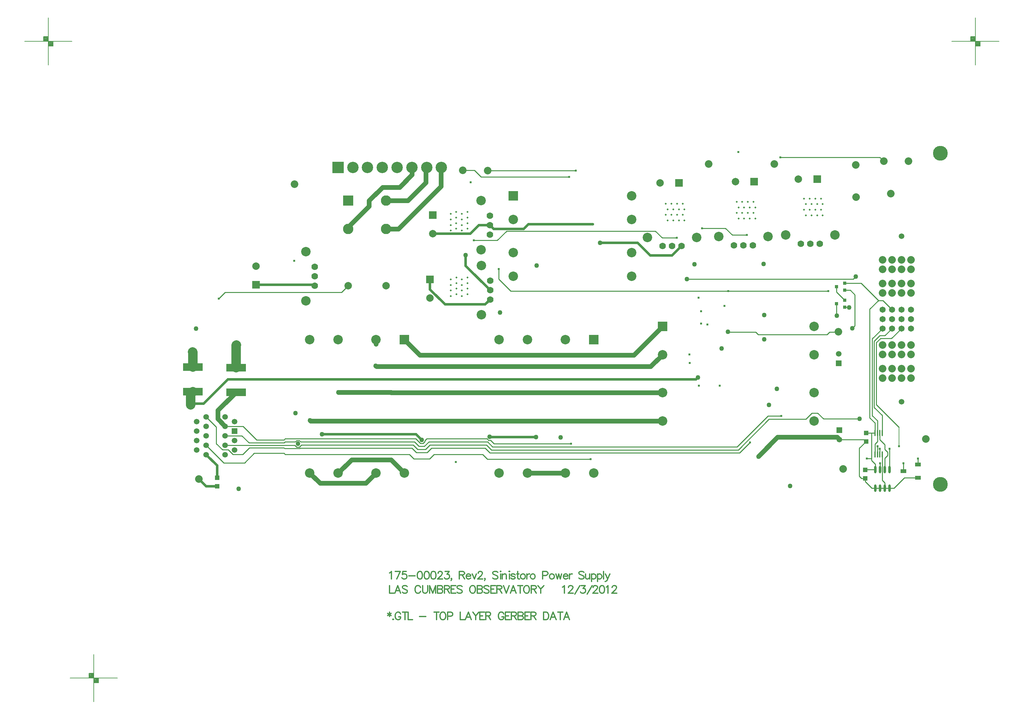
<source format=gtl>
%FSLAX23Y23*%
%MOIN*%
G70*
G01*
G75*
G04 Layer_Physical_Order=1*
G04 Layer_Color=255*
%ADD10R,0.209X0.079*%
%ADD11R,0.050X0.050*%
%ADD12R,0.036X0.036*%
%ADD13R,0.059X0.039*%
%ADD14O,0.014X0.067*%
%ADD15O,0.024X0.079*%
%ADD16C,0.050*%
%ADD17C,0.010*%
%ADD18C,0.100*%
%ADD19C,0.025*%
%ADD20C,0.007*%
%ADD21C,0.012*%
%ADD22C,0.008*%
%ADD23C,0.012*%
%ADD24C,0.012*%
%ADD25C,0.020*%
%ADD26C,0.080*%
%ADD27R,0.059X0.059*%
%ADD28C,0.059*%
%ADD29C,0.065*%
%ADD30R,0.079X0.079*%
%ADD31C,0.079*%
%ADD32R,0.100X0.100*%
%ADD33C,0.100*%
%ADD34C,0.070*%
%ADD35R,0.100X0.100*%
%ADD36R,0.059X0.059*%
%ADD37R,0.079X0.079*%
%ADD38C,0.110*%
%ADD39R,0.110X0.110*%
%ADD40C,0.120*%
%ADD41R,0.120X0.120*%
%ADD42C,0.157*%
%ADD43C,0.024*%
%ADD44C,0.050*%
D10*
X17879Y17089D02*
D03*
Y16829D02*
D03*
X18336Y17085D02*
D03*
Y16825D02*
D03*
D11*
X18136Y15830D02*
D03*
Y15920D02*
D03*
X24991Y16305D02*
D03*
Y16395D02*
D03*
X24981Y15915D02*
D03*
Y16005D02*
D03*
D12*
X24764Y17977D02*
D03*
X24678Y17940D02*
D03*
X24764Y17903D02*
D03*
Y17797D02*
D03*
X24678Y17760D02*
D03*
X24764Y17723D02*
D03*
D13*
X25538Y16059D02*
D03*
X25385Y15990D02*
D03*
X25538Y15921D02*
D03*
D14*
X25160Y16392D02*
D03*
X25134D02*
D03*
X25109D02*
D03*
X25083D02*
D03*
X25160Y16168D02*
D03*
X25134D02*
D03*
X25109D02*
D03*
X25083D02*
D03*
D15*
X25236Y16008D02*
D03*
X25186D02*
D03*
X25136D02*
D03*
X25086D02*
D03*
X25236Y15811D02*
D03*
X25186D02*
D03*
X25136D02*
D03*
X25086D02*
D03*
D16*
X19122Y16521D02*
X20007D01*
X19116Y16527D02*
X19122Y16521D01*
X19811Y17105D02*
X19820Y17096D01*
X24682Y16349D02*
X24707Y16324D01*
X24053Y16349D02*
X24682D01*
X23852Y16148D02*
X24053Y16349D01*
X20007Y16521D02*
X22839D01*
X19974D02*
X20007D01*
X19973Y16822D02*
X19974Y16821D01*
X19416Y16822D02*
X19973D01*
X21414Y15970D02*
X21814D01*
X19115D02*
X19223Y15862D01*
X19707D01*
X19815Y15970D01*
X19415D02*
X19556Y16111D01*
X19974D01*
X20115Y15970D01*
X18143Y16632D02*
X18336Y16825D01*
X18143Y16543D02*
Y16632D01*
Y16543D02*
X18221Y16464D01*
X19974Y16821D02*
X22839D01*
X22714Y17096D02*
X22839Y17221D01*
X19820Y17096D02*
X22714D01*
X19815Y17335D02*
Y17380D01*
X22536Y17218D02*
X22839Y17521D01*
X20277Y17218D02*
X22536D01*
X20115Y17380D02*
X20277Y17218D01*
X20051Y18550D02*
X20501Y19001D01*
X19921Y18550D02*
X20051D01*
X20062Y18991D02*
X20193Y19123D01*
X19883Y18991D02*
X20062D01*
X19741Y18850D02*
X19883Y18991D01*
X20501Y19197D02*
X20505Y19201D01*
X20501Y19001D02*
Y19197D01*
X20341Y19193D02*
X20349Y19201D01*
X20341Y19040D02*
Y19193D01*
X20193Y19123D02*
Y19201D01*
X20037Y19167D02*
Y19201D01*
X19741Y18790D02*
Y18850D01*
X19521Y18570D02*
X19741Y18790D01*
X19521Y18550D02*
Y18570D01*
X20151Y18850D02*
X20341Y19040D01*
X19921Y18850D02*
X20151D01*
D17*
X21192Y18527D02*
X22765D01*
X21094Y18430D02*
X21192Y18527D01*
X22765D02*
X22836Y18456D01*
X25119Y17794D02*
X25166D01*
X25262Y17698D01*
X25027Y17703D02*
X25119Y17794D01*
X24936Y17977D02*
X25119Y17794D01*
X24764Y17977D02*
X24936D01*
X24822Y17903D02*
X24871Y17854D01*
Y17527D02*
Y17854D01*
X24845Y17501D02*
X24871Y17527D01*
X24604Y17461D02*
X24694D01*
X24578Y17435D02*
X24604Y17461D01*
X23850Y17435D02*
X24578D01*
X24694Y17461D02*
X24696Y17463D01*
X23534Y17461D02*
X23824D01*
X23850Y17435D01*
X23096Y18021D02*
X24855D01*
X24881Y18047D01*
X24353Y16540D02*
X24418Y16605D01*
X24478D01*
X24540Y16543D01*
X24919D01*
X23952Y16573D02*
X24095D01*
X23654Y16182D02*
X23764Y16292D01*
X21059Y16281D02*
X21873D01*
X20924Y19101D02*
X21853D01*
X20854Y19171D02*
X20924Y19101D01*
X20730Y19171D02*
X20854D01*
X20991Y16116D02*
X22081D01*
X20993Y19167D02*
X21923D01*
X18528Y16179D02*
X18842D01*
X18477Y16236D02*
X18842D01*
X18221Y16264D02*
X18956D01*
X18472Y16289D02*
X18842D01*
X18554Y16321D02*
X18842D01*
X21018Y16182D02*
X23654D01*
X23965Y16540D02*
X24353D01*
X23640Y16215D02*
X23965Y16540D01*
X21032Y16215D02*
X23640D01*
X23627Y16248D02*
X23952Y16573D01*
X21045Y16248D02*
X23627D01*
X21022Y16318D02*
X21059Y16281D01*
X21001Y16318D02*
X21022D01*
X20986Y16332D02*
X21001Y16318D01*
X20350Y16332D02*
X20986D01*
X20994Y16299D02*
X21045Y16248D01*
X20372Y16299D02*
X20994D01*
X20980Y16266D02*
X21032Y16215D01*
X20385Y16266D02*
X20980D01*
X20966Y16233D02*
X21018Y16182D01*
X20399Y16233D02*
X20966D01*
X20939Y16167D02*
X20991Y16116D01*
X20234Y16332D02*
X20282Y16285D01*
X20324Y16252D02*
X20372Y16299D01*
X20220D02*
X20268Y16252D01*
X19020Y16299D02*
X20220D01*
X20331Y16313D02*
X20350Y16332D01*
X20331Y16305D02*
Y16313D01*
X20427Y16167D02*
X20939D01*
X20379Y16120D02*
X20427Y16167D01*
X20213Y16120D02*
X20379D01*
X20166Y16167D02*
X20213Y16120D01*
X18854Y16167D02*
X20166D01*
X20352Y16186D02*
X20399Y16233D01*
X20241Y16186D02*
X20352D01*
X20193Y16233D02*
X20241Y16186D01*
X20338Y16219D02*
X20385Y16266D01*
X20254Y16219D02*
X20338D01*
X20207Y16266D02*
X20254Y16219D01*
X19026Y16266D02*
X20207D01*
X20268Y16252D02*
X20324D01*
X20311Y16285D02*
X20331Y16305D01*
X20282Y16285D02*
X20311D01*
X18854Y16332D02*
X20234D01*
X18842Y16321D02*
X18854Y16332D01*
X19005Y16315D02*
X19020Y16299D01*
X18976Y16315D02*
X19005D01*
X18960Y16299D02*
X18976Y16315D01*
X18853Y16299D02*
X18960D01*
X18842Y16289D02*
X18853Y16299D01*
X18848Y16230D02*
X19011D01*
X18842Y16236D02*
X18848Y16230D01*
X19005Y16245D02*
X19026Y16266D01*
X18956Y16264D02*
X18976Y16245D01*
X19014Y16233D02*
X20193D01*
X19011Y16230D02*
X19014Y16233D01*
X18976Y16245D02*
X19005D01*
X18842Y16179D02*
X18854Y16167D01*
X24082Y19308D02*
X25134D01*
X25176Y19266D01*
X18427Y16078D02*
X18528Y16179D01*
X18208Y16078D02*
X18427D01*
X18021Y16264D02*
X18208Y16078D01*
X18407Y16166D02*
X18477Y16236D01*
X18305Y16166D02*
X18407D01*
X18255Y16216D02*
X18305Y16166D01*
X18192Y16216D02*
X18255D01*
X18128Y16280D02*
X18192Y16216D01*
X18128Y16280D02*
Y16458D01*
X18021Y16564D02*
X18128Y16458D01*
X18411Y16464D02*
X18554Y16321D01*
X18221Y16464D02*
X18411D01*
X18397Y16364D02*
X18472Y16289D01*
X18221Y16364D02*
X18397D01*
X23531Y17464D02*
X23534Y17461D01*
X24678Y17634D02*
X24680Y17632D01*
X24678Y17634D02*
Y17760D01*
X25186Y15809D02*
X25282D01*
X25051D02*
X25186D01*
Y15811D02*
Y15866D01*
Y15809D02*
Y15811D01*
X25160Y15892D02*
X25186Y15866D01*
X25160Y15892D02*
Y16167D01*
X25160Y16168D02*
X25160Y16167D01*
X25394Y15921D02*
X25538D01*
X25282Y15809D02*
X25394Y15921D01*
X24981Y15879D02*
X25051Y15809D01*
X24981Y15879D02*
Y15915D01*
X24918Y16232D02*
X24991Y16305D01*
X24918Y15938D02*
Y16232D01*
Y15938D02*
X24941Y15915D01*
X24981D01*
X24972Y16324D02*
X24991Y16305D01*
X24707Y16324D02*
X24972D01*
X23852Y16145D02*
Y16148D01*
X21110Y18019D02*
Y18126D01*
Y18019D02*
X21238Y17892D01*
X23533D01*
X24590D01*
X20847Y18430D02*
X21094D01*
X22836Y18456D02*
X22991D01*
X23256Y18558D02*
X23505D01*
X23577Y18486D01*
X23729D01*
X18154Y17813D02*
X18221Y17880D01*
X19451D01*
X19521Y17950D01*
X24764Y17903D02*
X24822D01*
X24808Y17723D02*
X24810Y17721D01*
X24764Y17723D02*
X24808D01*
X24678Y17883D02*
X24764Y17797D01*
X24678Y17883D02*
Y17940D01*
X24985Y16008D02*
X25086D01*
X24981Y16005D02*
X24985Y16008D01*
X25083Y16168D02*
Y16278D01*
X25109Y16303D01*
Y16392D01*
Y16168D02*
Y16254D01*
X25134Y16168D02*
Y16227D01*
X25236Y16008D02*
Y16228D01*
X25186Y16008D02*
Y16128D01*
X25216Y16158D01*
Y16189D01*
X25186Y16219D02*
X25216Y16189D01*
X25186Y16219D02*
Y16270D01*
X25134Y16322D02*
X25186Y16270D01*
X25134Y16322D02*
Y16392D01*
X25385Y15990D02*
Y16074D01*
X25384Y16074D02*
X25385Y16074D01*
X25138Y16010D02*
Y16075D01*
X25136Y16008D02*
X25138Y16010D01*
X25083Y16392D02*
Y16499D01*
X24991Y16395D02*
X24994Y16392D01*
X25086Y16008D02*
Y16063D01*
X25047Y16102D02*
X25086Y16063D01*
X24994Y16392D02*
X25047D01*
X25083D01*
X25538Y16059D02*
Y16121D01*
X25537Y16122D02*
X25538Y16121D01*
X25047Y16102D02*
Y16124D01*
Y16392D01*
X24998Y16124D02*
X25047D01*
X25027Y16555D02*
X25083Y16499D01*
X25027Y16555D02*
Y17703D01*
X25053Y17390D02*
X25162Y17498D01*
X25053Y16578D02*
Y17390D01*
Y16578D02*
X25109Y16523D01*
Y16392D02*
Y16523D01*
X25188Y17424D02*
X25262Y17498D01*
X25160Y16392D02*
Y16580D01*
X25258Y17394D02*
X25362Y17498D01*
X25135Y17424D02*
X25188D01*
X25075Y16664D02*
X25160Y16580D01*
X25075Y16664D02*
Y17364D01*
X25135Y17424D01*
X25143Y17394D02*
X25258D01*
X25098Y17349D02*
X25143Y17394D01*
X25098Y16693D02*
Y17349D01*
Y16693D02*
X25338Y16453D01*
D18*
X17857Y16691D02*
Y16807D01*
X18336Y17319D02*
X18340Y17323D01*
X18336Y17085D02*
Y17319D01*
X17857Y16691D02*
X17858D01*
X17857Y16807D02*
X17879Y16829D01*
X17877Y17250D02*
X17879Y17248D01*
Y17089D02*
Y17248D01*
D19*
X18021Y16164D02*
X18136Y16050D01*
Y15920D02*
Y16050D01*
X17945Y15906D02*
X18021Y15830D01*
X18136D01*
X23193Y16959D02*
X23215Y16981D01*
X18249Y16959D02*
X23193D01*
X17995Y16705D02*
X18249Y16959D01*
X17872Y16705D02*
X17995D01*
X17858Y16691D02*
X17872Y16705D01*
X20761Y18160D02*
Y18274D01*
Y18160D02*
X21019Y17903D01*
X22941Y18270D02*
X23039Y18369D01*
X22710Y18270D02*
X22941D01*
X22576Y18404D02*
X22710Y18270D01*
X22179Y18404D02*
X22576D01*
X20415Y18499D02*
X20809D01*
X20900Y18590D01*
X21016D01*
X21056Y18550D01*
X21375D01*
X21424Y18599D01*
X22104D01*
X20385Y17910D02*
Y18016D01*
Y17910D02*
X20543Y17752D01*
X20968D01*
X21019Y17803D01*
X21015Y16353D02*
X21018Y16350D01*
X21502D01*
X20237Y16379D02*
X20296Y16320D01*
X19242Y16379D02*
X20237D01*
X19156Y17960D02*
X19166Y17950D01*
X18546Y17960D02*
X19156D01*
D20*
X25338Y16254D02*
Y16453D01*
X23639Y19363D02*
X23644Y19359D01*
D21*
X19956Y14499D02*
Y14454D01*
X19937Y14488D02*
X19975Y14465D01*
Y14488D02*
X19937Y14465D01*
X19995Y14427D02*
X19991Y14423D01*
X19995Y14419D01*
X19999Y14423D01*
X19995Y14427D01*
X20074Y14480D02*
X20070Y14488D01*
X20062Y14496D01*
X20055Y14499D01*
X20039D01*
X20032Y14496D01*
X20024Y14488D01*
X20020Y14480D01*
X20017Y14469D01*
Y14450D01*
X20020Y14439D01*
X20024Y14431D01*
X20032Y14423D01*
X20039Y14419D01*
X20055D01*
X20062Y14423D01*
X20070Y14431D01*
X20074Y14439D01*
Y14450D01*
X20055D02*
X20074D01*
X20119Y14499D02*
Y14419D01*
X20092Y14499D02*
X20145D01*
X20155D02*
Y14419D01*
X20201D01*
X20272Y14454D02*
X20341D01*
X20454Y14499D02*
Y14419D01*
X20427Y14499D02*
X20481D01*
X20513D02*
X20505Y14496D01*
X20498Y14488D01*
X20494Y14480D01*
X20490Y14469D01*
Y14450D01*
X20494Y14439D01*
X20498Y14431D01*
X20505Y14423D01*
X20513Y14419D01*
X20528D01*
X20536Y14423D01*
X20543Y14431D01*
X20547Y14439D01*
X20551Y14450D01*
Y14469D01*
X20547Y14480D01*
X20543Y14488D01*
X20536Y14496D01*
X20528Y14499D01*
X20513D01*
X20570Y14458D02*
X20604D01*
X20615Y14461D01*
X20619Y14465D01*
X20623Y14473D01*
Y14484D01*
X20619Y14492D01*
X20615Y14496D01*
X20604Y14499D01*
X20570D01*
Y14419D01*
X20704Y14499D02*
Y14419D01*
X20749D01*
X20819D02*
X20789Y14499D01*
X20758Y14419D01*
X20770Y14446D02*
X20808D01*
X20838Y14499D02*
X20868Y14461D01*
Y14419D01*
X20899Y14499D02*
X20868Y14461D01*
X20959Y14499D02*
X20909D01*
Y14419D01*
X20959D01*
X20909Y14461D02*
X20939D01*
X20972Y14499D02*
Y14419D01*
Y14499D02*
X21006D01*
X21018Y14496D01*
X21021Y14492D01*
X21025Y14484D01*
Y14477D01*
X21021Y14469D01*
X21018Y14465D01*
X21006Y14461D01*
X20972D01*
X20999D02*
X21025Y14419D01*
X21163Y14480D02*
X21159Y14488D01*
X21152Y14496D01*
X21144Y14499D01*
X21129D01*
X21121Y14496D01*
X21114Y14488D01*
X21110Y14480D01*
X21106Y14469D01*
Y14450D01*
X21110Y14439D01*
X21114Y14431D01*
X21121Y14423D01*
X21129Y14419D01*
X21144D01*
X21152Y14423D01*
X21159Y14431D01*
X21163Y14439D01*
Y14450D01*
X21144D02*
X21163D01*
X21231Y14499D02*
X21181D01*
Y14419D01*
X21231D01*
X21181Y14461D02*
X21212D01*
X21244Y14499D02*
Y14419D01*
Y14499D02*
X21278D01*
X21290Y14496D01*
X21294Y14492D01*
X21297Y14484D01*
Y14477D01*
X21294Y14469D01*
X21290Y14465D01*
X21278Y14461D01*
X21244D01*
X21271D02*
X21297Y14419D01*
X21315Y14499D02*
Y14419D01*
Y14499D02*
X21350D01*
X21361Y14496D01*
X21365Y14492D01*
X21369Y14484D01*
Y14477D01*
X21365Y14469D01*
X21361Y14465D01*
X21350Y14461D01*
X21315D02*
X21350D01*
X21361Y14458D01*
X21365Y14454D01*
X21369Y14446D01*
Y14435D01*
X21365Y14427D01*
X21361Y14423D01*
X21350Y14419D01*
X21315D01*
X21436Y14499D02*
X21387D01*
Y14419D01*
X21436D01*
X21387Y14461D02*
X21417D01*
X21449Y14499D02*
Y14419D01*
Y14499D02*
X21484D01*
X21495Y14496D01*
X21499Y14492D01*
X21503Y14484D01*
Y14477D01*
X21499Y14469D01*
X21495Y14465D01*
X21484Y14461D01*
X21449D01*
X21476D02*
X21503Y14419D01*
X21584Y14499D02*
Y14419D01*
Y14499D02*
X21610D01*
X21622Y14496D01*
X21629Y14488D01*
X21633Y14480D01*
X21637Y14469D01*
Y14450D01*
X21633Y14439D01*
X21629Y14431D01*
X21622Y14423D01*
X21610Y14419D01*
X21584D01*
X21716D02*
X21685Y14499D01*
X21655Y14419D01*
X21666Y14446D02*
X21704D01*
X21761Y14499D02*
Y14419D01*
X21734Y14499D02*
X21788D01*
X21858Y14419D02*
X21828Y14499D01*
X21797Y14419D01*
X21809Y14446D02*
X21847D01*
D22*
X25895Y20535D02*
X26395D01*
X26145Y20285D02*
Y20785D01*
X26095Y20535D02*
Y20585D01*
X26145D01*
X26195Y20485D02*
Y20535D01*
X26145Y20485D02*
X26195D01*
X26150Y20530D02*
X26190D01*
Y20490D02*
Y20530D01*
X26150Y20490D02*
X26190D01*
X26150D02*
Y20530D01*
X26155Y20525D02*
X26185D01*
Y20495D02*
Y20525D01*
X26155Y20495D02*
X26185D01*
X26155D02*
Y20520D01*
X26160D02*
X26180D01*
Y20500D02*
Y20520D01*
X26160Y20500D02*
X26180D01*
X26160D02*
Y20515D01*
X26165D02*
X26175D01*
Y20505D02*
Y20515D01*
X26165Y20505D02*
X26175D01*
X26165D02*
Y20515D01*
Y20510D02*
X26175D01*
X26100Y20580D02*
X26140D01*
Y20540D02*
Y20580D01*
X26100Y20540D02*
X26140D01*
X26100D02*
Y20580D01*
X26105Y20575D02*
X26135D01*
Y20545D02*
Y20575D01*
X26105Y20545D02*
X26135D01*
X26105D02*
Y20570D01*
X26110D02*
X26130D01*
Y20550D02*
Y20570D01*
X26110Y20550D02*
X26130D01*
X26110D02*
Y20565D01*
X26115D02*
X26125D01*
Y20555D02*
Y20565D01*
X26115Y20555D02*
X26125D01*
X26115D02*
Y20565D01*
Y20560D02*
X26125D01*
X16105Y20535D02*
X16605D01*
X16355Y20285D02*
Y20785D01*
X16305Y20535D02*
Y20585D01*
X16355D01*
X16405Y20485D02*
Y20535D01*
X16355Y20485D02*
X16405D01*
X16360Y20530D02*
X16400D01*
Y20490D02*
Y20530D01*
X16360Y20490D02*
X16400D01*
X16360D02*
Y20530D01*
X16365Y20525D02*
X16395D01*
Y20495D02*
Y20525D01*
X16365Y20495D02*
X16395D01*
X16365D02*
Y20520D01*
X16370D02*
X16390D01*
Y20500D02*
Y20520D01*
X16370Y20500D02*
X16390D01*
X16370D02*
Y20515D01*
X16375D02*
X16385D01*
Y20505D02*
Y20515D01*
X16375Y20505D02*
X16385D01*
X16375D02*
Y20515D01*
Y20510D02*
X16385D01*
X16310Y20580D02*
X16350D01*
Y20540D02*
Y20580D01*
X16310Y20540D02*
X16350D01*
X16310D02*
Y20580D01*
X16315Y20575D02*
X16345D01*
Y20545D02*
Y20575D01*
X16315Y20545D02*
X16345D01*
X16315D02*
Y20570D01*
X16320D02*
X16340D01*
Y20550D02*
Y20570D01*
X16320Y20550D02*
X16340D01*
X16320D02*
Y20565D01*
X16325D02*
X16335D01*
Y20555D02*
Y20565D01*
X16325Y20555D02*
X16335D01*
X16325D02*
Y20565D01*
Y20560D02*
X16335D01*
X16582Y13805D02*
X17082D01*
X16832Y13555D02*
Y14055D01*
X16782Y13805D02*
Y13855D01*
X16832D01*
X16882Y13755D02*
Y13805D01*
X16832Y13755D02*
X16882D01*
X16837Y13800D02*
X16877D01*
Y13760D02*
Y13800D01*
X16837Y13760D02*
X16877D01*
X16837D02*
Y13800D01*
X16842Y13795D02*
X16872D01*
Y13765D02*
Y13795D01*
X16842Y13765D02*
X16872D01*
X16842D02*
Y13790D01*
X16847D02*
X16867D01*
Y13770D02*
Y13790D01*
X16847Y13770D02*
X16867D01*
X16847D02*
Y13785D01*
X16852D02*
X16862D01*
Y13775D02*
Y13785D01*
X16852Y13775D02*
X16862D01*
X16852D02*
Y13785D01*
Y13780D02*
X16862D01*
X16787Y13850D02*
X16827D01*
Y13810D02*
Y13850D01*
X16787Y13810D02*
X16827D01*
X16787D02*
Y13850D01*
X16792Y13845D02*
X16822D01*
Y13815D02*
Y13845D01*
X16792Y13815D02*
X16822D01*
X16792D02*
Y13840D01*
X16797D02*
X16817D01*
Y13820D02*
Y13840D01*
X16797Y13820D02*
X16817D01*
X16797D02*
Y13835D01*
X16802D02*
X16812D01*
Y13825D02*
Y13835D01*
X16802Y13825D02*
X16812D01*
X16802D02*
Y13835D01*
Y13830D02*
X16812D01*
D23*
X19958Y14780D02*
Y14700D01*
X20004D01*
X20073D02*
X20043Y14780D01*
X20013Y14700D01*
X20024Y14727D02*
X20062D01*
X20145Y14769D02*
X20138Y14776D01*
X20126Y14780D01*
X20111D01*
X20100Y14776D01*
X20092Y14769D01*
Y14761D01*
X20096Y14753D01*
X20100Y14750D01*
X20107Y14746D01*
X20130Y14738D01*
X20138Y14734D01*
X20142Y14731D01*
X20145Y14723D01*
Y14711D01*
X20138Y14704D01*
X20126Y14700D01*
X20111D01*
X20100Y14704D01*
X20092Y14711D01*
X20283Y14761D02*
X20280Y14769D01*
X20272Y14776D01*
X20264Y14780D01*
X20249D01*
X20241Y14776D01*
X20234Y14769D01*
X20230Y14761D01*
X20226Y14750D01*
Y14731D01*
X20230Y14719D01*
X20234Y14711D01*
X20241Y14704D01*
X20249Y14700D01*
X20264D01*
X20272Y14704D01*
X20280Y14711D01*
X20283Y14719D01*
X20306Y14780D02*
Y14723D01*
X20310Y14711D01*
X20317Y14704D01*
X20329Y14700D01*
X20336D01*
X20348Y14704D01*
X20355Y14711D01*
X20359Y14723D01*
Y14780D01*
X20381D02*
Y14700D01*
Y14780D02*
X20412Y14700D01*
X20442Y14780D02*
X20412Y14700D01*
X20442Y14780D02*
Y14700D01*
X20465Y14780D02*
Y14700D01*
Y14780D02*
X20499D01*
X20511Y14776D01*
X20515Y14772D01*
X20518Y14765D01*
Y14757D01*
X20515Y14750D01*
X20511Y14746D01*
X20499Y14742D01*
X20465D02*
X20499D01*
X20511Y14738D01*
X20515Y14734D01*
X20518Y14727D01*
Y14715D01*
X20515Y14708D01*
X20511Y14704D01*
X20499Y14700D01*
X20465D01*
X20536Y14780D02*
Y14700D01*
Y14780D02*
X20570D01*
X20582Y14776D01*
X20586Y14772D01*
X20590Y14765D01*
Y14757D01*
X20586Y14750D01*
X20582Y14746D01*
X20570Y14742D01*
X20536D01*
X20563D02*
X20590Y14700D01*
X20657Y14780D02*
X20607D01*
Y14700D01*
X20657D01*
X20607Y14742D02*
X20638D01*
X20724Y14769D02*
X20716Y14776D01*
X20705Y14780D01*
X20689D01*
X20678Y14776D01*
X20670Y14769D01*
Y14761D01*
X20674Y14753D01*
X20678Y14750D01*
X20686Y14746D01*
X20708Y14738D01*
X20716Y14734D01*
X20720Y14731D01*
X20724Y14723D01*
Y14711D01*
X20716Y14704D01*
X20705Y14700D01*
X20689D01*
X20678Y14704D01*
X20670Y14711D01*
X20827Y14780D02*
X20820Y14776D01*
X20812Y14769D01*
X20808Y14761D01*
X20804Y14750D01*
Y14731D01*
X20808Y14719D01*
X20812Y14711D01*
X20820Y14704D01*
X20827Y14700D01*
X20842D01*
X20850Y14704D01*
X20858Y14711D01*
X20861Y14719D01*
X20865Y14731D01*
Y14750D01*
X20861Y14761D01*
X20858Y14769D01*
X20850Y14776D01*
X20842Y14780D01*
X20827D01*
X20884D02*
Y14700D01*
Y14780D02*
X20918D01*
X20930Y14776D01*
X20933Y14772D01*
X20937Y14765D01*
Y14757D01*
X20933Y14750D01*
X20930Y14746D01*
X20918Y14742D01*
X20884D02*
X20918D01*
X20930Y14738D01*
X20933Y14734D01*
X20937Y14727D01*
Y14715D01*
X20933Y14708D01*
X20930Y14704D01*
X20918Y14700D01*
X20884D01*
X21008Y14769D02*
X21001Y14776D01*
X20989Y14780D01*
X20974D01*
X20963Y14776D01*
X20955Y14769D01*
Y14761D01*
X20959Y14753D01*
X20963Y14750D01*
X20970Y14746D01*
X20993Y14738D01*
X21001Y14734D01*
X21005Y14731D01*
X21008Y14723D01*
Y14711D01*
X21001Y14704D01*
X20989Y14700D01*
X20974D01*
X20963Y14704D01*
X20955Y14711D01*
X21076Y14780D02*
X21026D01*
Y14700D01*
X21076D01*
X21026Y14742D02*
X21057D01*
X21089Y14780D02*
Y14700D01*
Y14780D02*
X21124D01*
X21135Y14776D01*
X21139Y14772D01*
X21143Y14765D01*
Y14757D01*
X21139Y14750D01*
X21135Y14746D01*
X21124Y14742D01*
X21089D01*
X21116D02*
X21143Y14700D01*
X21160Y14780D02*
X21191Y14700D01*
X21221Y14780D02*
X21191Y14700D01*
X21293D02*
X21262Y14780D01*
X21232Y14700D01*
X21243Y14727D02*
X21281D01*
X21338Y14780D02*
Y14700D01*
X21311Y14780D02*
X21365D01*
X21397D02*
X21389Y14776D01*
X21382Y14769D01*
X21378Y14761D01*
X21374Y14750D01*
Y14731D01*
X21378Y14719D01*
X21382Y14711D01*
X21389Y14704D01*
X21397Y14700D01*
X21412D01*
X21420Y14704D01*
X21427Y14711D01*
X21431Y14719D01*
X21435Y14731D01*
Y14750D01*
X21431Y14761D01*
X21427Y14769D01*
X21420Y14776D01*
X21412Y14780D01*
X21397D01*
X21454D02*
Y14700D01*
Y14780D02*
X21488D01*
X21499Y14776D01*
X21503Y14772D01*
X21507Y14765D01*
Y14757D01*
X21503Y14750D01*
X21499Y14746D01*
X21488Y14742D01*
X21454D01*
X21480D02*
X21507Y14700D01*
X21525Y14780D02*
X21555Y14742D01*
Y14700D01*
X21586Y14780D02*
X21555Y14742D01*
X21785Y14765D02*
X21792Y14769D01*
X21804Y14780D01*
Y14700D01*
X21847Y14761D02*
Y14765D01*
X21851Y14772D01*
X21855Y14776D01*
X21862Y14780D01*
X21878D01*
X21885Y14776D01*
X21889Y14772D01*
X21893Y14765D01*
Y14757D01*
X21889Y14750D01*
X21881Y14738D01*
X21843Y14700D01*
X21897D01*
X21915Y14689D02*
X21968Y14780D01*
X21981D02*
X22023D01*
X22000Y14750D01*
X22011D01*
X22019Y14746D01*
X22023Y14742D01*
X22027Y14731D01*
Y14723D01*
X22023Y14711D01*
X22015Y14704D01*
X22004Y14700D01*
X21992D01*
X21981Y14704D01*
X21977Y14708D01*
X21973Y14715D01*
X22044Y14689D02*
X22098Y14780D01*
X22107Y14761D02*
Y14765D01*
X22111Y14772D01*
X22115Y14776D01*
X22122Y14780D01*
X22137D01*
X22145Y14776D01*
X22149Y14772D01*
X22153Y14765D01*
Y14757D01*
X22149Y14750D01*
X22141Y14738D01*
X22103Y14700D01*
X22156D01*
X22197Y14780D02*
X22186Y14776D01*
X22178Y14765D01*
X22174Y14746D01*
Y14734D01*
X22178Y14715D01*
X22186Y14704D01*
X22197Y14700D01*
X22205D01*
X22216Y14704D01*
X22224Y14715D01*
X22228Y14734D01*
Y14746D01*
X22224Y14765D01*
X22216Y14776D01*
X22205Y14780D01*
X22197D01*
X22246Y14765D02*
X22253Y14769D01*
X22265Y14780D01*
Y14700D01*
X22308Y14761D02*
Y14765D01*
X22312Y14772D01*
X22316Y14776D01*
X22323Y14780D01*
X22338D01*
X22346Y14776D01*
X22350Y14772D01*
X22354Y14765D01*
Y14757D01*
X22350Y14750D01*
X22342Y14738D01*
X22304Y14700D01*
X22358D01*
D24*
X19958Y14915D02*
X19966Y14919D01*
X19977Y14930D01*
Y14850D01*
X20070Y14930D02*
X20032Y14850D01*
X20017Y14930D02*
X20070D01*
X20134D02*
X20096D01*
X20092Y14896D01*
X20096Y14900D01*
X20107Y14903D01*
X20118D01*
X20130Y14900D01*
X20137Y14892D01*
X20141Y14881D01*
Y14873D01*
X20137Y14861D01*
X20130Y14854D01*
X20118Y14850D01*
X20107D01*
X20096Y14854D01*
X20092Y14858D01*
X20088Y14865D01*
X20159Y14884D02*
X20228D01*
X20274Y14930D02*
X20263Y14926D01*
X20255Y14915D01*
X20251Y14896D01*
Y14884D01*
X20255Y14865D01*
X20263Y14854D01*
X20274Y14850D01*
X20282D01*
X20293Y14854D01*
X20301Y14865D01*
X20305Y14884D01*
Y14896D01*
X20301Y14915D01*
X20293Y14926D01*
X20282Y14930D01*
X20274D01*
X20345D02*
X20334Y14926D01*
X20326Y14915D01*
X20323Y14896D01*
Y14884D01*
X20326Y14865D01*
X20334Y14854D01*
X20345Y14850D01*
X20353D01*
X20364Y14854D01*
X20372Y14865D01*
X20376Y14884D01*
Y14896D01*
X20372Y14915D01*
X20364Y14926D01*
X20353Y14930D01*
X20345D01*
X20417D02*
X20405Y14926D01*
X20398Y14915D01*
X20394Y14896D01*
Y14884D01*
X20398Y14865D01*
X20405Y14854D01*
X20417Y14850D01*
X20424D01*
X20436Y14854D01*
X20443Y14865D01*
X20447Y14884D01*
Y14896D01*
X20443Y14915D01*
X20436Y14926D01*
X20424Y14930D01*
X20417D01*
X20469Y14911D02*
Y14915D01*
X20473Y14922D01*
X20476Y14926D01*
X20484Y14930D01*
X20499D01*
X20507Y14926D01*
X20511Y14922D01*
X20515Y14915D01*
Y14907D01*
X20511Y14900D01*
X20503Y14888D01*
X20465Y14850D01*
X20518D01*
X20544Y14930D02*
X20586D01*
X20563Y14900D01*
X20574D01*
X20582Y14896D01*
X20586Y14892D01*
X20590Y14881D01*
Y14873D01*
X20586Y14861D01*
X20578Y14854D01*
X20567Y14850D01*
X20555D01*
X20544Y14854D01*
X20540Y14858D01*
X20536Y14865D01*
X20615Y14854D02*
X20611Y14850D01*
X20607Y14854D01*
X20611Y14858D01*
X20615Y14854D01*
Y14846D01*
X20611Y14839D01*
X20607Y14835D01*
X20695Y14930D02*
Y14850D01*
Y14930D02*
X20730D01*
X20741Y14926D01*
X20745Y14922D01*
X20749Y14915D01*
Y14907D01*
X20745Y14900D01*
X20741Y14896D01*
X20730Y14892D01*
X20695D01*
X20722D02*
X20749Y14850D01*
X20767Y14881D02*
X20812D01*
Y14888D01*
X20809Y14896D01*
X20805Y14900D01*
X20797Y14903D01*
X20786D01*
X20778Y14900D01*
X20770Y14892D01*
X20767Y14881D01*
Y14873D01*
X20770Y14861D01*
X20778Y14854D01*
X20786Y14850D01*
X20797D01*
X20805Y14854D01*
X20812Y14861D01*
X20829Y14903D02*
X20852Y14850D01*
X20875Y14903D02*
X20852Y14850D01*
X20892Y14911D02*
Y14915D01*
X20896Y14922D01*
X20900Y14926D01*
X20907Y14930D01*
X20922D01*
X20930Y14926D01*
X20934Y14922D01*
X20938Y14915D01*
Y14907D01*
X20934Y14900D01*
X20926Y14888D01*
X20888Y14850D01*
X20941D01*
X20967Y14854D02*
X20963Y14850D01*
X20959Y14854D01*
X20963Y14858D01*
X20967Y14854D01*
Y14846D01*
X20963Y14839D01*
X20959Y14835D01*
X21101Y14919D02*
X21093Y14926D01*
X21082Y14930D01*
X21066D01*
X21055Y14926D01*
X21047Y14919D01*
Y14911D01*
X21051Y14903D01*
X21055Y14900D01*
X21063Y14896D01*
X21085Y14888D01*
X21093Y14884D01*
X21097Y14881D01*
X21101Y14873D01*
Y14861D01*
X21093Y14854D01*
X21082Y14850D01*
X21066D01*
X21055Y14854D01*
X21047Y14861D01*
X21126Y14930D02*
X21130Y14926D01*
X21134Y14930D01*
X21130Y14934D01*
X21126Y14930D01*
X21130Y14903D02*
Y14850D01*
X21148Y14903D02*
Y14850D01*
Y14888D02*
X21159Y14900D01*
X21167Y14903D01*
X21178D01*
X21186Y14900D01*
X21190Y14888D01*
Y14850D01*
X21218Y14930D02*
X21222Y14926D01*
X21226Y14930D01*
X21222Y14934D01*
X21218Y14930D01*
X21222Y14903D02*
Y14850D01*
X21282Y14892D02*
X21278Y14900D01*
X21267Y14903D01*
X21255D01*
X21244Y14900D01*
X21240Y14892D01*
X21244Y14884D01*
X21251Y14881D01*
X21271Y14877D01*
X21278Y14873D01*
X21282Y14865D01*
Y14861D01*
X21278Y14854D01*
X21267Y14850D01*
X21255D01*
X21244Y14854D01*
X21240Y14861D01*
X21310Y14930D02*
Y14865D01*
X21314Y14854D01*
X21322Y14850D01*
X21329D01*
X21299Y14903D02*
X21325D01*
X21360D02*
X21352Y14900D01*
X21344Y14892D01*
X21341Y14881D01*
Y14873D01*
X21344Y14861D01*
X21352Y14854D01*
X21360Y14850D01*
X21371D01*
X21379Y14854D01*
X21386Y14861D01*
X21390Y14873D01*
Y14881D01*
X21386Y14892D01*
X21379Y14900D01*
X21371Y14903D01*
X21360D01*
X21408D02*
Y14850D01*
Y14881D02*
X21411Y14892D01*
X21419Y14900D01*
X21427Y14903D01*
X21438D01*
X21464D02*
X21457Y14900D01*
X21449Y14892D01*
X21445Y14881D01*
Y14873D01*
X21449Y14861D01*
X21457Y14854D01*
X21464Y14850D01*
X21476D01*
X21483Y14854D01*
X21491Y14861D01*
X21495Y14873D01*
Y14881D01*
X21491Y14892D01*
X21483Y14900D01*
X21476Y14903D01*
X21464D01*
X21575Y14888D02*
X21610D01*
X21621Y14892D01*
X21625Y14896D01*
X21629Y14903D01*
Y14915D01*
X21625Y14922D01*
X21621Y14926D01*
X21610Y14930D01*
X21575D01*
Y14850D01*
X21665Y14903D02*
X21658Y14900D01*
X21650Y14892D01*
X21646Y14881D01*
Y14873D01*
X21650Y14861D01*
X21658Y14854D01*
X21665Y14850D01*
X21677D01*
X21685Y14854D01*
X21692Y14861D01*
X21696Y14873D01*
Y14881D01*
X21692Y14892D01*
X21685Y14900D01*
X21677Y14903D01*
X21665D01*
X21713D02*
X21729Y14850D01*
X21744Y14903D02*
X21729Y14850D01*
X21744Y14903D02*
X21759Y14850D01*
X21774Y14903D02*
X21759Y14850D01*
X21793Y14881D02*
X21839D01*
Y14888D01*
X21835Y14896D01*
X21831Y14900D01*
X21824Y14903D01*
X21812D01*
X21805Y14900D01*
X21797Y14892D01*
X21793Y14881D01*
Y14873D01*
X21797Y14861D01*
X21805Y14854D01*
X21812Y14850D01*
X21824D01*
X21831Y14854D01*
X21839Y14861D01*
X21856Y14903D02*
Y14850D01*
Y14881D02*
X21860Y14892D01*
X21867Y14900D01*
X21875Y14903D01*
X21886D01*
X22010Y14919D02*
X22002Y14926D01*
X21991Y14930D01*
X21976D01*
X21964Y14926D01*
X21956Y14919D01*
Y14911D01*
X21960Y14903D01*
X21964Y14900D01*
X21972Y14896D01*
X21995Y14888D01*
X22002Y14884D01*
X22006Y14881D01*
X22010Y14873D01*
Y14861D01*
X22002Y14854D01*
X21991Y14850D01*
X21976D01*
X21964Y14854D01*
X21956Y14861D01*
X22028Y14903D02*
Y14865D01*
X22032Y14854D01*
X22039Y14850D01*
X22051D01*
X22058Y14854D01*
X22070Y14865D01*
Y14903D02*
Y14850D01*
X22091Y14903D02*
Y14823D01*
Y14892D02*
X22098Y14900D01*
X22106Y14903D01*
X22117D01*
X22125Y14900D01*
X22132Y14892D01*
X22136Y14881D01*
Y14873D01*
X22132Y14861D01*
X22125Y14854D01*
X22117Y14850D01*
X22106D01*
X22098Y14854D01*
X22091Y14861D01*
X22153Y14903D02*
Y14823D01*
Y14892D02*
X22161Y14900D01*
X22169Y14903D01*
X22180D01*
X22188Y14900D01*
X22195Y14892D01*
X22199Y14881D01*
Y14873D01*
X22195Y14861D01*
X22188Y14854D01*
X22180Y14850D01*
X22169D01*
X22161Y14854D01*
X22153Y14861D01*
X22216Y14930D02*
Y14850D01*
X22237Y14903D02*
X22260Y14850D01*
X22283Y14903D02*
X22260Y14850D01*
X22252Y14835D01*
X22244Y14827D01*
X22237Y14823D01*
X22233D01*
D25*
X24512Y18871D02*
D03*
X24453D02*
D03*
X24393D02*
D03*
X24334D02*
D03*
X24354Y18812D02*
D03*
X24413D02*
D03*
X24472D02*
D03*
X24531D02*
D03*
X24512Y18753D02*
D03*
X24453D02*
D03*
X24393D02*
D03*
X24334D02*
D03*
X24354Y18694D02*
D03*
X24413D02*
D03*
X24472D02*
D03*
X24531D02*
D03*
X23052Y18817D02*
D03*
X22993Y18817D02*
D03*
X22934D02*
D03*
X22874D02*
D03*
X22894Y18758D02*
D03*
X22953Y18758D02*
D03*
X23012Y18758D02*
D03*
X23071Y18758D02*
D03*
X23052Y18699D02*
D03*
X22993D02*
D03*
X22934D02*
D03*
X22874D02*
D03*
X22894Y18640D02*
D03*
X22953Y18640D02*
D03*
X23012Y18640D02*
D03*
X23071Y18640D02*
D03*
X23800Y18837D02*
D03*
X23740Y18837D02*
D03*
X23681D02*
D03*
X23622D02*
D03*
X23642Y18778D02*
D03*
X23701Y18778D02*
D03*
X23760Y18778D02*
D03*
X23819Y18778D02*
D03*
X23800Y18719D02*
D03*
X23740D02*
D03*
X23681D02*
D03*
X23622D02*
D03*
X23642Y18660D02*
D03*
X23701Y18660D02*
D03*
X23760Y18660D02*
D03*
X23819Y18660D02*
D03*
X20602Y18709D02*
D03*
X20602Y18650D02*
D03*
Y18591D02*
D03*
Y18532D02*
D03*
X20661Y18552D02*
D03*
X20661Y18611D02*
D03*
X20661Y18670D02*
D03*
X20661Y18729D02*
D03*
X20720Y18709D02*
D03*
Y18650D02*
D03*
Y18591D02*
D03*
Y18532D02*
D03*
X20779Y18552D02*
D03*
X20779Y18611D02*
D03*
X20779Y18670D02*
D03*
X20779Y18729D02*
D03*
X20603Y18017D02*
D03*
X20603Y17958D02*
D03*
Y17899D02*
D03*
Y17840D02*
D03*
X20662Y17860D02*
D03*
X20662Y17919D02*
D03*
X20662Y17978D02*
D03*
X20662Y18037D02*
D03*
X20721Y18017D02*
D03*
Y17958D02*
D03*
Y17899D02*
D03*
Y17840D02*
D03*
X20780Y17860D02*
D03*
X20780Y17919D02*
D03*
X20780Y17978D02*
D03*
X20780Y18037D02*
D03*
D26*
X25437Y19268D02*
D03*
X25176Y19266D02*
D03*
X25462Y18223D02*
D03*
X25362D02*
D03*
X25262D02*
D03*
X25162D02*
D03*
Y18123D02*
D03*
X25262D02*
D03*
X25362D02*
D03*
X25462D02*
D03*
X25162Y17973D02*
D03*
X25262D02*
D03*
X25362D02*
D03*
X25462D02*
D03*
X25162Y17873D02*
D03*
X25262D02*
D03*
X25362D02*
D03*
X25462D02*
D03*
Y16973D02*
D03*
X25362D02*
D03*
X25262D02*
D03*
X25162D02*
D03*
X25462Y17073D02*
D03*
X25362D02*
D03*
X25262D02*
D03*
X25162D02*
D03*
X25462Y17223D02*
D03*
X25362D02*
D03*
X25262D02*
D03*
X25162D02*
D03*
Y17323D02*
D03*
X25262D02*
D03*
X25362D02*
D03*
X25462D02*
D03*
X25619Y16331D02*
D03*
X24696Y17463D02*
D03*
X24883Y18886D02*
D03*
X24747Y16012D02*
D03*
X23326Y19236D02*
D03*
X24019Y19237D02*
D03*
X24879Y19227D02*
D03*
X20730Y19171D02*
D03*
X20993Y19167D02*
D03*
X25250Y18922D02*
D03*
X17945Y15906D02*
D03*
X18953Y19023D02*
D03*
D27*
X24701Y17130D02*
D03*
X24707Y16424D02*
D03*
D28*
X24701Y17230D02*
D03*
X25362Y16723D02*
D03*
Y18473D02*
D03*
X24707Y16324D02*
D03*
X18321Y16514D02*
D03*
X18221Y16564D02*
D03*
X18021D02*
D03*
X17921Y16514D02*
D03*
Y16414D02*
D03*
Y16314D02*
D03*
Y16214D02*
D03*
X18021Y16164D02*
D03*
X18221D02*
D03*
X18321Y16214D02*
D03*
Y16314D02*
D03*
X18221Y16364D02*
D03*
Y16464D02*
D03*
X18021D02*
D03*
Y16364D02*
D03*
Y16264D02*
D03*
X18221D02*
D03*
D29*
X25462Y17498D02*
D03*
X25362D02*
D03*
X25262D02*
D03*
X25162D02*
D03*
X25462Y17598D02*
D03*
X25362D02*
D03*
X25262D02*
D03*
X25162D02*
D03*
X25462Y17698D02*
D03*
X25362D02*
D03*
X25262D02*
D03*
X25162D02*
D03*
D30*
X23012Y19038D02*
D03*
X23808Y19051D02*
D03*
X24472Y19077D02*
D03*
D31*
X22815Y19038D02*
D03*
X23611Y19051D02*
D03*
X24275Y19077D02*
D03*
X20415Y18499D02*
D03*
X20385Y17819D02*
D03*
X18546Y18157D02*
D03*
X19921Y17950D02*
D03*
X19521D02*
D03*
D32*
X22839Y17521D02*
D03*
X21265Y18900D02*
D03*
D33*
X22839Y17221D02*
D03*
Y16821D02*
D03*
Y16521D02*
D03*
X24439D02*
D03*
Y16821D02*
D03*
Y17221D02*
D03*
Y17521D02*
D03*
X22679Y18460D02*
D03*
X23199D02*
D03*
X23435Y18469D02*
D03*
X23955D02*
D03*
X24139Y18486D02*
D03*
X24659D02*
D03*
X22515Y18900D02*
D03*
Y18650D02*
D03*
Y18300D02*
D03*
Y18050D02*
D03*
X21265D02*
D03*
Y18300D02*
D03*
Y18650D02*
D03*
X21814Y17380D02*
D03*
X21414D02*
D03*
X21114D02*
D03*
Y15970D02*
D03*
X21414D02*
D03*
X21814D02*
D03*
X22114D02*
D03*
X19815Y17380D02*
D03*
X19415D02*
D03*
X19115D02*
D03*
Y15970D02*
D03*
X19415D02*
D03*
X19815D02*
D03*
X20115D02*
D03*
X20925Y18330D02*
D03*
Y18850D02*
D03*
X20927Y17643D02*
D03*
Y18163D02*
D03*
X19075Y17790D02*
D03*
Y18310D02*
D03*
D34*
X23039Y18369D02*
D03*
X22939D02*
D03*
X22839D02*
D03*
X23795Y18378D02*
D03*
X23695D02*
D03*
X23595D02*
D03*
X24499Y18395D02*
D03*
X24399D02*
D03*
X24299D02*
D03*
X21016Y18690D02*
D03*
Y18590D02*
D03*
Y18490D02*
D03*
X21019Y18003D02*
D03*
Y17903D02*
D03*
Y17803D02*
D03*
X19166Y18150D02*
D03*
Y18050D02*
D03*
Y17950D02*
D03*
D35*
X22114Y17380D02*
D03*
X20115D02*
D03*
D36*
X18321Y16414D02*
D03*
D37*
X20415Y18696D02*
D03*
X20385Y18016D02*
D03*
X18546Y17960D02*
D03*
D38*
X19921Y18550D02*
D03*
X19521D02*
D03*
X19921Y18850D02*
D03*
D39*
X19521D02*
D03*
D40*
X20505Y19201D02*
D03*
X20349D02*
D03*
X19569D02*
D03*
X19725D02*
D03*
X19881D02*
D03*
X20037D02*
D03*
X20193D02*
D03*
D41*
X19413D02*
D03*
D42*
X25775Y19349D02*
D03*
X25772Y15849D02*
D03*
D43*
X22104Y18599D02*
D03*
X24095Y16574D02*
D03*
X23764Y16292D02*
D03*
X21873Y16281D02*
D03*
X21853Y19101D02*
D03*
X22081Y16118D02*
D03*
X21923Y19167D02*
D03*
X20815Y19042D02*
D03*
X24082Y19308D02*
D03*
X21110Y18126D02*
D03*
X24590Y17892D02*
D03*
X23533D02*
D03*
X20847Y18430D02*
D03*
X22991Y18456D02*
D03*
X23256Y18558D02*
D03*
X23729Y18486D02*
D03*
X23219Y17823D02*
D03*
X23247Y17549D02*
D03*
X23312Y17539D02*
D03*
X23247Y17679D02*
D03*
X23494Y17736D02*
D03*
X23444Y16892D02*
D03*
X23124Y17225D02*
D03*
X23128Y17135D02*
D03*
X23223Y16892D02*
D03*
X18950Y18213D02*
D03*
X20657Y16088D02*
D03*
X25109Y16254D02*
D03*
X25134Y16227D02*
D03*
X25236Y16228D02*
D03*
X25384Y16074D02*
D03*
X25138Y16075D02*
D03*
X25537Y16122D02*
D03*
X24998Y16124D02*
D03*
X25338Y16254D02*
D03*
X23639Y19363D02*
D03*
X18154Y17813D02*
D03*
D44*
X23096Y18021D02*
D03*
X24881Y18047D02*
D03*
X24919Y16543D02*
D03*
X18365Y15805D02*
D03*
X18965Y16603D02*
D03*
X18990Y16280D02*
D03*
X23215Y16981D02*
D03*
X17915Y17498D02*
D03*
X18340Y17323D02*
D03*
X17858Y16691D02*
D03*
X17877Y17250D02*
D03*
X24680Y17632D02*
D03*
X24186Y15832D02*
D03*
X23852Y16145D02*
D03*
X23465Y17287D02*
D03*
X23176Y18177D02*
D03*
X23906Y18180D02*
D03*
X21123Y17666D02*
D03*
X21511Y18164D02*
D03*
X20761Y18274D02*
D03*
X24047Y16861D02*
D03*
X23962Y16690D02*
D03*
X22179Y18404D02*
D03*
X21015Y16353D02*
D03*
X21502Y16350D02*
D03*
X21763Y16347D02*
D03*
X20296Y16320D02*
D03*
X19242Y16379D02*
D03*
X19116Y16527D02*
D03*
X19416Y16822D02*
D03*
X19811Y17105D02*
D03*
X23915Y17641D02*
D03*
Y17385D02*
D03*
X23531Y17464D02*
D03*
X24843Y17499D02*
D03*
X24810Y17721D02*
D03*
M02*

</source>
